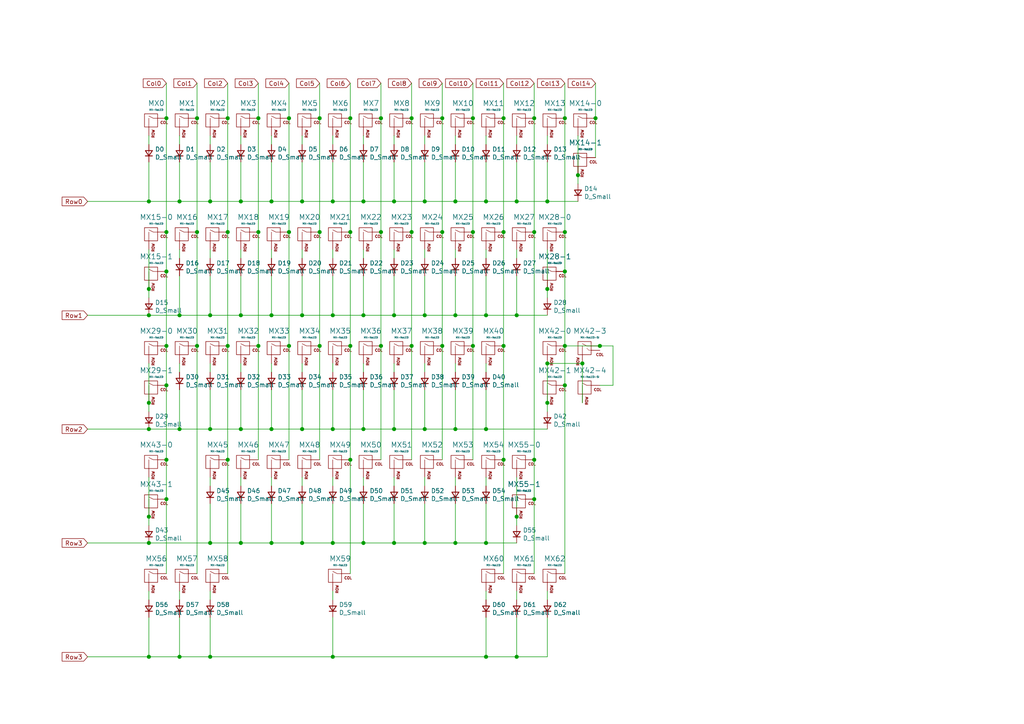
<source format=kicad_sch>
(kicad_sch (version 20210126) (generator eeschema)
  (paper "A4")
  (junction (at 43.18 58.42) (diameter 1.016))
  (junction (at 43.18 83.82) (diameter 1.016))
  (junction (at 43.18 91.44) (diameter 1.016))
  (junction (at 43.18 116.84) (diameter 1.016))
  (junction (at 43.18 124.46) (diameter 1.016))
  (junction (at 43.18 149.86) (diameter 1.016))
  (junction (at 43.18 157.48) (diameter 1.016))
  (junction (at 43.18 190.5) (diameter 1.016))
  (junction (at 48.26 34.29) (diameter 1.016))
  (junction (at 48.26 67.31) (diameter 1.016))
  (junction (at 48.26 78.74) (diameter 1.016))
  (junction (at 48.26 100.33) (diameter 1.016))
  (junction (at 48.26 111.76) (diameter 1.016))
  (junction (at 48.26 133.35) (diameter 1.016))
  (junction (at 48.26 144.78) (diameter 1.016))
  (junction (at 52.07 58.42) (diameter 1.016))
  (junction (at 52.07 91.44) (diameter 1.016))
  (junction (at 52.07 124.46) (diameter 1.016))
  (junction (at 52.07 190.5) (diameter 1.016))
  (junction (at 57.15 34.29) (diameter 1.016))
  (junction (at 57.15 67.31) (diameter 1.016))
  (junction (at 57.15 100.33) (diameter 1.016))
  (junction (at 60.96 58.42) (diameter 1.016))
  (junction (at 60.96 91.44) (diameter 1.016))
  (junction (at 60.96 124.46) (diameter 1.016))
  (junction (at 60.96 157.48) (diameter 1.016))
  (junction (at 60.96 190.5) (diameter 1.016))
  (junction (at 66.04 34.29) (diameter 1.016))
  (junction (at 66.04 67.31) (diameter 1.016))
  (junction (at 66.04 100.33) (diameter 1.016))
  (junction (at 66.04 133.35) (diameter 1.016))
  (junction (at 69.85 58.42) (diameter 1.016))
  (junction (at 69.85 91.44) (diameter 1.016))
  (junction (at 69.85 124.46) (diameter 1.016))
  (junction (at 69.85 157.48) (diameter 1.016))
  (junction (at 74.93 34.29) (diameter 1.016))
  (junction (at 74.93 67.31) (diameter 1.016))
  (junction (at 74.93 100.33) (diameter 1.016))
  (junction (at 78.74 58.42) (diameter 1.016))
  (junction (at 78.74 91.44) (diameter 1.016))
  (junction (at 78.74 124.46) (diameter 1.016))
  (junction (at 78.74 157.48) (diameter 1.016))
  (junction (at 83.82 34.29) (diameter 1.016))
  (junction (at 83.82 67.31) (diameter 1.016))
  (junction (at 83.82 100.33) (diameter 1.016))
  (junction (at 87.63 58.42) (diameter 1.016))
  (junction (at 87.63 91.44) (diameter 1.016))
  (junction (at 87.63 124.46) (diameter 1.016))
  (junction (at 87.63 157.48) (diameter 1.016))
  (junction (at 92.71 34.29) (diameter 1.016))
  (junction (at 92.71 67.31) (diameter 1.016))
  (junction (at 92.71 100.33) (diameter 1.016))
  (junction (at 96.52 58.42) (diameter 1.016))
  (junction (at 96.52 91.44) (diameter 1.016))
  (junction (at 96.52 124.46) (diameter 1.016))
  (junction (at 96.52 157.48) (diameter 1.016))
  (junction (at 96.52 190.5) (diameter 1.016))
  (junction (at 101.6 34.29) (diameter 1.016))
  (junction (at 101.6 67.31) (diameter 1.016))
  (junction (at 101.6 100.33) (diameter 1.016))
  (junction (at 101.6 133.35) (diameter 1.016))
  (junction (at 105.41 58.42) (diameter 1.016))
  (junction (at 105.41 91.44) (diameter 1.016))
  (junction (at 105.41 124.46) (diameter 1.016))
  (junction (at 105.41 157.48) (diameter 1.016))
  (junction (at 110.49 34.29) (diameter 1.016))
  (junction (at 110.49 67.31) (diameter 1.016))
  (junction (at 110.49 100.33) (diameter 1.016))
  (junction (at 114.3 58.42) (diameter 1.016))
  (junction (at 114.3 91.44) (diameter 1.016))
  (junction (at 114.3 124.46) (diameter 1.016))
  (junction (at 114.3 157.48) (diameter 1.016))
  (junction (at 119.38 34.29) (diameter 1.016))
  (junction (at 119.38 67.31) (diameter 1.016))
  (junction (at 119.38 100.33) (diameter 1.016))
  (junction (at 123.19 58.42) (diameter 1.016))
  (junction (at 123.19 91.44) (diameter 1.016))
  (junction (at 123.19 124.46) (diameter 1.016))
  (junction (at 123.19 157.48) (diameter 1.016))
  (junction (at 128.27 34.29) (diameter 1.016))
  (junction (at 128.27 67.31) (diameter 1.016))
  (junction (at 128.27 100.33) (diameter 1.016))
  (junction (at 132.08 58.42) (diameter 1.016))
  (junction (at 132.08 91.44) (diameter 1.016))
  (junction (at 132.08 124.46) (diameter 1.016))
  (junction (at 132.08 157.48) (diameter 1.016))
  (junction (at 137.16 34.29) (diameter 1.016))
  (junction (at 137.16 67.31) (diameter 1.016))
  (junction (at 137.16 100.33) (diameter 1.016))
  (junction (at 140.97 58.42) (diameter 1.016))
  (junction (at 140.97 91.44) (diameter 1.016))
  (junction (at 140.97 124.46) (diameter 1.016))
  (junction (at 140.97 157.48) (diameter 1.016))
  (junction (at 140.97 190.5) (diameter 1.016))
  (junction (at 146.05 34.29) (diameter 1.016))
  (junction (at 146.05 67.31) (diameter 1.016))
  (junction (at 146.05 100.33) (diameter 1.016))
  (junction (at 146.05 133.35) (diameter 1.016))
  (junction (at 149.86 58.42) (diameter 1.016))
  (junction (at 149.86 91.44) (diameter 1.016))
  (junction (at 149.86 149.86) (diameter 1.016))
  (junction (at 149.86 190.5) (diameter 1.016))
  (junction (at 154.94 34.29) (diameter 1.016))
  (junction (at 154.94 67.31) (diameter 1.016))
  (junction (at 154.94 133.35) (diameter 1.016))
  (junction (at 154.94 144.78) (diameter 1.016))
  (junction (at 158.75 58.42) (diameter 1.016))
  (junction (at 158.75 83.82) (diameter 1.016))
  (junction (at 158.75 105.41) (diameter 1.016))
  (junction (at 158.75 116.84) (diameter 1.016))
  (junction (at 163.83 34.29) (diameter 1.016))
  (junction (at 163.83 67.31) (diameter 1.016))
  (junction (at 163.83 78.74) (diameter 1.016))
  (junction (at 163.83 100.33) (diameter 1.016))
  (junction (at 163.83 111.76) (diameter 1.016))
  (junction (at 167.64 50.8) (diameter 1.016))
  (junction (at 168.91 105.41) (diameter 1.016))
  (junction (at 172.72 34.29) (diameter 1.016))
  (junction (at 173.99 100.33) (diameter 1.016))
  (wire (pts (xy 25.4 58.42) (xy 43.18 58.42)))
  (wire (pts (xy 25.4 91.44) (xy 43.18 91.44)))
  (wire (pts (xy 25.4 124.46) (xy 43.18 124.46)))
  (wire (pts (xy 25.4 157.48) (xy 43.18 157.48)))
  (wire (pts (xy 25.4 190.5) (xy 43.18 190.5)))
  (wire (pts (xy 43.18 39.37) (xy 43.18 41.91)))
  (wire (pts (xy 43.18 46.99) (xy 43.18 58.42)))
  (wire (pts (xy 43.18 58.42) (xy 52.07 58.42)))
  (wire (pts (xy 43.18 72.39) (xy 43.18 83.82)))
  (wire (pts (xy 43.18 83.82) (xy 43.18 86.36)))
  (wire (pts (xy 43.18 91.44) (xy 52.07 91.44)))
  (wire (pts (xy 43.18 105.41) (xy 43.18 116.84)))
  (wire (pts (xy 43.18 116.84) (xy 43.18 119.38)))
  (wire (pts (xy 43.18 124.46) (xy 52.07 124.46)))
  (wire (pts (xy 43.18 138.43) (xy 43.18 149.86)))
  (wire (pts (xy 43.18 149.86) (xy 43.18 152.4)))
  (wire (pts (xy 43.18 157.48) (xy 60.96 157.48)))
  (wire (pts (xy 43.18 171.45) (xy 43.18 173.99)))
  (wire (pts (xy 43.18 179.07) (xy 43.18 190.5)))
  (wire (pts (xy 43.18 190.5) (xy 52.07 190.5)))
  (wire (pts (xy 48.26 24.13) (xy 48.26 34.29)))
  (wire (pts (xy 48.26 34.29) (xy 48.26 67.31)))
  (wire (pts (xy 48.26 67.31) (xy 48.26 78.74)))
  (wire (pts (xy 48.26 78.74) (xy 48.26 100.33)))
  (wire (pts (xy 48.26 100.33) (xy 48.26 111.76)))
  (wire (pts (xy 48.26 111.76) (xy 48.26 133.35)))
  (wire (pts (xy 48.26 133.35) (xy 48.26 144.78)))
  (wire (pts (xy 48.26 144.78) (xy 48.26 166.37)))
  (wire (pts (xy 52.07 39.37) (xy 52.07 41.91)))
  (wire (pts (xy 52.07 46.99) (xy 52.07 58.42)))
  (wire (pts (xy 52.07 58.42) (xy 60.96 58.42)))
  (wire (pts (xy 52.07 72.39) (xy 52.07 74.93)))
  (wire (pts (xy 52.07 80.01) (xy 52.07 91.44)))
  (wire (pts (xy 52.07 91.44) (xy 60.96 91.44)))
  (wire (pts (xy 52.07 105.41) (xy 52.07 107.95)))
  (wire (pts (xy 52.07 113.03) (xy 52.07 124.46)))
  (wire (pts (xy 52.07 124.46) (xy 60.96 124.46)))
  (wire (pts (xy 52.07 171.45) (xy 52.07 173.99)))
  (wire (pts (xy 52.07 179.07) (xy 52.07 190.5)))
  (wire (pts (xy 52.07 190.5) (xy 60.96 190.5)))
  (wire (pts (xy 57.15 24.13) (xy 57.15 34.29)))
  (wire (pts (xy 57.15 34.29) (xy 57.15 67.31)))
  (wire (pts (xy 57.15 67.31) (xy 57.15 100.33)))
  (wire (pts (xy 57.15 100.33) (xy 57.15 166.37)))
  (wire (pts (xy 60.96 39.37) (xy 60.96 41.91)))
  (wire (pts (xy 60.96 46.99) (xy 60.96 58.42)))
  (wire (pts (xy 60.96 58.42) (xy 69.85 58.42)))
  (wire (pts (xy 60.96 72.39) (xy 60.96 74.93)))
  (wire (pts (xy 60.96 80.01) (xy 60.96 91.44)))
  (wire (pts (xy 60.96 91.44) (xy 69.85 91.44)))
  (wire (pts (xy 60.96 105.41) (xy 60.96 107.95)))
  (wire (pts (xy 60.96 113.03) (xy 60.96 124.46)))
  (wire (pts (xy 60.96 124.46) (xy 69.85 124.46)))
  (wire (pts (xy 60.96 138.43) (xy 60.96 140.97)))
  (wire (pts (xy 60.96 146.05) (xy 60.96 157.48)))
  (wire (pts (xy 60.96 157.48) (xy 69.85 157.48)))
  (wire (pts (xy 60.96 171.45) (xy 60.96 173.99)))
  (wire (pts (xy 60.96 179.07) (xy 60.96 190.5)))
  (wire (pts (xy 60.96 190.5) (xy 96.52 190.5)))
  (wire (pts (xy 66.04 24.13) (xy 66.04 34.29)))
  (wire (pts (xy 66.04 34.29) (xy 66.04 67.31)))
  (wire (pts (xy 66.04 67.31) (xy 66.04 100.33)))
  (wire (pts (xy 66.04 100.33) (xy 66.04 133.35)))
  (wire (pts (xy 66.04 133.35) (xy 66.04 166.37)))
  (wire (pts (xy 69.85 39.37) (xy 69.85 41.91)))
  (wire (pts (xy 69.85 46.99) (xy 69.85 58.42)))
  (wire (pts (xy 69.85 58.42) (xy 78.74 58.42)))
  (wire (pts (xy 69.85 72.39) (xy 69.85 74.93)))
  (wire (pts (xy 69.85 80.01) (xy 69.85 91.44)))
  (wire (pts (xy 69.85 91.44) (xy 78.74 91.44)))
  (wire (pts (xy 69.85 105.41) (xy 69.85 107.95)))
  (wire (pts (xy 69.85 113.03) (xy 69.85 124.46)))
  (wire (pts (xy 69.85 124.46) (xy 78.74 124.46)))
  (wire (pts (xy 69.85 138.43) (xy 69.85 140.97)))
  (wire (pts (xy 69.85 146.05) (xy 69.85 157.48)))
  (wire (pts (xy 69.85 157.48) (xy 78.74 157.48)))
  (wire (pts (xy 74.93 24.13) (xy 74.93 34.29)))
  (wire (pts (xy 74.93 34.29) (xy 74.93 67.31)))
  (wire (pts (xy 74.93 67.31) (xy 74.93 100.33)))
  (wire (pts (xy 74.93 100.33) (xy 74.93 133.35)))
  (wire (pts (xy 78.74 39.37) (xy 78.74 41.91)))
  (wire (pts (xy 78.74 46.99) (xy 78.74 58.42)))
  (wire (pts (xy 78.74 58.42) (xy 87.63 58.42)))
  (wire (pts (xy 78.74 72.39) (xy 78.74 74.93)))
  (wire (pts (xy 78.74 80.01) (xy 78.74 91.44)))
  (wire (pts (xy 78.74 91.44) (xy 87.63 91.44)))
  (wire (pts (xy 78.74 105.41) (xy 78.74 107.95)))
  (wire (pts (xy 78.74 113.03) (xy 78.74 124.46)))
  (wire (pts (xy 78.74 124.46) (xy 87.63 124.46)))
  (wire (pts (xy 78.74 138.43) (xy 78.74 140.97)))
  (wire (pts (xy 78.74 146.05) (xy 78.74 157.48)))
  (wire (pts (xy 78.74 157.48) (xy 87.63 157.48)))
  (wire (pts (xy 83.82 24.13) (xy 83.82 34.29)))
  (wire (pts (xy 83.82 34.29) (xy 83.82 67.31)))
  (wire (pts (xy 83.82 67.31) (xy 83.82 100.33)))
  (wire (pts (xy 83.82 100.33) (xy 83.82 133.35)))
  (wire (pts (xy 87.63 39.37) (xy 87.63 41.91)))
  (wire (pts (xy 87.63 46.99) (xy 87.63 58.42)))
  (wire (pts (xy 87.63 58.42) (xy 96.52 58.42)))
  (wire (pts (xy 87.63 72.39) (xy 87.63 74.93)))
  (wire (pts (xy 87.63 80.01) (xy 87.63 91.44)))
  (wire (pts (xy 87.63 91.44) (xy 96.52 91.44)))
  (wire (pts (xy 87.63 105.41) (xy 87.63 107.95)))
  (wire (pts (xy 87.63 113.03) (xy 87.63 124.46)))
  (wire (pts (xy 87.63 124.46) (xy 96.52 124.46)))
  (wire (pts (xy 87.63 138.43) (xy 87.63 140.97)))
  (wire (pts (xy 87.63 146.05) (xy 87.63 157.48)))
  (wire (pts (xy 87.63 157.48) (xy 96.52 157.48)))
  (wire (pts (xy 92.71 24.13) (xy 92.71 34.29)))
  (wire (pts (xy 92.71 34.29) (xy 92.71 67.31)))
  (wire (pts (xy 92.71 67.31) (xy 92.71 100.33)))
  (wire (pts (xy 92.71 100.33) (xy 92.71 133.35)))
  (wire (pts (xy 96.52 39.37) (xy 96.52 41.91)))
  (wire (pts (xy 96.52 46.99) (xy 96.52 58.42)))
  (wire (pts (xy 96.52 58.42) (xy 105.41 58.42)))
  (wire (pts (xy 96.52 72.39) (xy 96.52 74.93)))
  (wire (pts (xy 96.52 80.01) (xy 96.52 91.44)))
  (wire (pts (xy 96.52 91.44) (xy 105.41 91.44)))
  (wire (pts (xy 96.52 105.41) (xy 96.52 107.95)))
  (wire (pts (xy 96.52 113.03) (xy 96.52 124.46)))
  (wire (pts (xy 96.52 124.46) (xy 105.41 124.46)))
  (wire (pts (xy 96.52 138.43) (xy 96.52 140.97)))
  (wire (pts (xy 96.52 146.05) (xy 96.52 157.48)))
  (wire (pts (xy 96.52 157.48) (xy 105.41 157.48)))
  (wire (pts (xy 96.52 171.45) (xy 96.52 173.99)))
  (wire (pts (xy 96.52 179.07) (xy 96.52 190.5)))
  (wire (pts (xy 96.52 190.5) (xy 140.97 190.5)))
  (wire (pts (xy 101.6 24.13) (xy 101.6 34.29)))
  (wire (pts (xy 101.6 34.29) (xy 101.6 67.31)))
  (wire (pts (xy 101.6 67.31) (xy 101.6 100.33)))
  (wire (pts (xy 101.6 100.33) (xy 101.6 133.35)))
  (wire (pts (xy 101.6 133.35) (xy 101.6 166.37)))
  (wire (pts (xy 105.41 39.37) (xy 105.41 41.91)))
  (wire (pts (xy 105.41 46.99) (xy 105.41 58.42)))
  (wire (pts (xy 105.41 58.42) (xy 114.3 58.42)))
  (wire (pts (xy 105.41 72.39) (xy 105.41 74.93)))
  (wire (pts (xy 105.41 80.01) (xy 105.41 91.44)))
  (wire (pts (xy 105.41 91.44) (xy 114.3 91.44)))
  (wire (pts (xy 105.41 105.41) (xy 105.41 107.95)))
  (wire (pts (xy 105.41 113.03) (xy 105.41 124.46)))
  (wire (pts (xy 105.41 124.46) (xy 114.3 124.46)))
  (wire (pts (xy 105.41 138.43) (xy 105.41 140.97)))
  (wire (pts (xy 105.41 146.05) (xy 105.41 157.48)))
  (wire (pts (xy 105.41 157.48) (xy 114.3 157.48)))
  (wire (pts (xy 110.49 24.13) (xy 110.49 34.29)))
  (wire (pts (xy 110.49 34.29) (xy 110.49 67.31)))
  (wire (pts (xy 110.49 67.31) (xy 110.49 100.33)))
  (wire (pts (xy 110.49 100.33) (xy 110.49 133.35)))
  (wire (pts (xy 114.3 39.37) (xy 114.3 41.91)))
  (wire (pts (xy 114.3 46.99) (xy 114.3 58.42)))
  (wire (pts (xy 114.3 58.42) (xy 123.19 58.42)))
  (wire (pts (xy 114.3 72.39) (xy 114.3 74.93)))
  (wire (pts (xy 114.3 80.01) (xy 114.3 91.44)))
  (wire (pts (xy 114.3 91.44) (xy 123.19 91.44)))
  (wire (pts (xy 114.3 105.41) (xy 114.3 107.95)))
  (wire (pts (xy 114.3 113.03) (xy 114.3 124.46)))
  (wire (pts (xy 114.3 124.46) (xy 123.19 124.46)))
  (wire (pts (xy 114.3 138.43) (xy 114.3 140.97)))
  (wire (pts (xy 114.3 146.05) (xy 114.3 157.48)))
  (wire (pts (xy 114.3 157.48) (xy 123.19 157.48)))
  (wire (pts (xy 119.38 24.13) (xy 119.38 34.29)))
  (wire (pts (xy 119.38 34.29) (xy 119.38 67.31)))
  (wire (pts (xy 119.38 67.31) (xy 119.38 100.33)))
  (wire (pts (xy 119.38 100.33) (xy 119.38 133.35)))
  (wire (pts (xy 123.19 39.37) (xy 123.19 41.91)))
  (wire (pts (xy 123.19 46.99) (xy 123.19 58.42)))
  (wire (pts (xy 123.19 58.42) (xy 132.08 58.42)))
  (wire (pts (xy 123.19 72.39) (xy 123.19 74.93)))
  (wire (pts (xy 123.19 80.01) (xy 123.19 91.44)))
  (wire (pts (xy 123.19 91.44) (xy 132.08 91.44)))
  (wire (pts (xy 123.19 105.41) (xy 123.19 107.95)))
  (wire (pts (xy 123.19 113.03) (xy 123.19 124.46)))
  (wire (pts (xy 123.19 124.46) (xy 132.08 124.46)))
  (wire (pts (xy 123.19 138.43) (xy 123.19 140.97)))
  (wire (pts (xy 123.19 146.05) (xy 123.19 157.48)))
  (wire (pts (xy 123.19 157.48) (xy 132.08 157.48)))
  (wire (pts (xy 128.27 24.13) (xy 128.27 34.29)))
  (wire (pts (xy 128.27 34.29) (xy 128.27 67.31)))
  (wire (pts (xy 128.27 67.31) (xy 128.27 100.33)))
  (wire (pts (xy 128.27 100.33) (xy 128.27 133.35)))
  (wire (pts (xy 132.08 39.37) (xy 132.08 41.91)))
  (wire (pts (xy 132.08 46.99) (xy 132.08 58.42)))
  (wire (pts (xy 132.08 58.42) (xy 140.97 58.42)))
  (wire (pts (xy 132.08 72.39) (xy 132.08 74.93)))
  (wire (pts (xy 132.08 80.01) (xy 132.08 91.44)))
  (wire (pts (xy 132.08 91.44) (xy 140.97 91.44)))
  (wire (pts (xy 132.08 105.41) (xy 132.08 107.95)))
  (wire (pts (xy 132.08 113.03) (xy 132.08 124.46)))
  (wire (pts (xy 132.08 124.46) (xy 140.97 124.46)))
  (wire (pts (xy 132.08 138.43) (xy 132.08 140.97)))
  (wire (pts (xy 132.08 146.05) (xy 132.08 157.48)))
  (wire (pts (xy 132.08 157.48) (xy 140.97 157.48)))
  (wire (pts (xy 137.16 24.13) (xy 137.16 34.29)))
  (wire (pts (xy 137.16 34.29) (xy 137.16 67.31)))
  (wire (pts (xy 137.16 67.31) (xy 137.16 100.33)))
  (wire (pts (xy 137.16 100.33) (xy 137.16 133.35)))
  (wire (pts (xy 140.97 39.37) (xy 140.97 41.91)))
  (wire (pts (xy 140.97 46.99) (xy 140.97 58.42)))
  (wire (pts (xy 140.97 58.42) (xy 149.86 58.42)))
  (wire (pts (xy 140.97 72.39) (xy 140.97 74.93)))
  (wire (pts (xy 140.97 80.01) (xy 140.97 91.44)))
  (wire (pts (xy 140.97 91.44) (xy 149.86 91.44)))
  (wire (pts (xy 140.97 105.41) (xy 140.97 107.95)))
  (wire (pts (xy 140.97 113.03) (xy 140.97 124.46)))
  (wire (pts (xy 140.97 124.46) (xy 158.75 124.46)))
  (wire (pts (xy 140.97 138.43) (xy 140.97 140.97)))
  (wire (pts (xy 140.97 146.05) (xy 140.97 157.48)))
  (wire (pts (xy 140.97 157.48) (xy 149.86 157.48)))
  (wire (pts (xy 140.97 171.45) (xy 140.97 173.99)))
  (wire (pts (xy 140.97 179.07) (xy 140.97 190.5)))
  (wire (pts (xy 140.97 190.5) (xy 149.86 190.5)))
  (wire (pts (xy 146.05 24.13) (xy 146.05 34.29)))
  (wire (pts (xy 146.05 34.29) (xy 146.05 67.31)))
  (wire (pts (xy 146.05 67.31) (xy 146.05 100.33)))
  (wire (pts (xy 146.05 100.33) (xy 146.05 133.35)))
  (wire (pts (xy 146.05 133.35) (xy 146.05 166.37)))
  (wire (pts (xy 149.86 39.37) (xy 149.86 41.91)))
  (wire (pts (xy 149.86 46.99) (xy 149.86 58.42)))
  (wire (pts (xy 149.86 58.42) (xy 158.75 58.42)))
  (wire (pts (xy 149.86 72.39) (xy 149.86 74.93)))
  (wire (pts (xy 149.86 80.01) (xy 149.86 91.44)))
  (wire (pts (xy 149.86 91.44) (xy 158.75 91.44)))
  (wire (pts (xy 149.86 138.43) (xy 149.86 149.86)))
  (wire (pts (xy 149.86 149.86) (xy 149.86 152.4)))
  (wire (pts (xy 149.86 171.45) (xy 149.86 173.99)))
  (wire (pts (xy 149.86 179.07) (xy 149.86 190.5)))
  (wire (pts (xy 154.94 24.13) (xy 154.94 34.29)))
  (wire (pts (xy 154.94 34.29) (xy 154.94 67.31)))
  (wire (pts (xy 154.94 67.31) (xy 154.94 133.35)))
  (wire (pts (xy 154.94 133.35) (xy 154.94 144.78)))
  (wire (pts (xy 154.94 144.78) (xy 154.94 166.37)))
  (wire (pts (xy 158.75 39.37) (xy 158.75 41.91)))
  (wire (pts (xy 158.75 46.99) (xy 158.75 58.42)))
  (wire (pts (xy 158.75 58.42) (xy 167.64 58.42)))
  (wire (pts (xy 158.75 72.39) (xy 158.75 83.82)))
  (wire (pts (xy 158.75 83.82) (xy 158.75 86.36)))
  (wire (pts (xy 158.75 105.41) (xy 158.75 116.84)))
  (wire (pts (xy 158.75 105.41) (xy 168.91 105.41)))
  (wire (pts (xy 158.75 116.84) (xy 158.75 119.38)))
  (wire (pts (xy 158.75 171.45) (xy 158.75 173.99)))
  (wire (pts (xy 158.75 179.07) (xy 158.75 190.5)))
  (wire (pts (xy 158.75 190.5) (xy 149.86 190.5)))
  (wire (pts (xy 163.83 24.13) (xy 163.83 34.29)))
  (wire (pts (xy 163.83 34.29) (xy 163.83 67.31)))
  (wire (pts (xy 163.83 67.31) (xy 163.83 78.74)))
  (wire (pts (xy 163.83 78.74) (xy 163.83 100.33)))
  (wire (pts (xy 163.83 100.33) (xy 163.83 111.76)))
  (wire (pts (xy 163.83 100.33) (xy 173.99 100.33)))
  (wire (pts (xy 163.83 111.76) (xy 163.83 166.37)))
  (wire (pts (xy 167.64 39.37) (xy 167.64 50.8)))
  (wire (pts (xy 167.64 50.8) (xy 167.64 53.34)))
  (wire (pts (xy 168.91 105.41) (xy 168.91 116.84)))
  (wire (pts (xy 172.72 24.13) (xy 172.72 34.29)))
  (wire (pts (xy 172.72 34.29) (xy 172.72 45.72)))
  (wire (pts (xy 173.99 111.76) (xy 177.8 111.76)))
  (wire (pts (xy 177.8 100.33) (xy 173.99 100.33)))
  (wire (pts (xy 177.8 111.76) (xy 177.8 100.33)))
  (global_label "Row0" (shape input) (at 25.4 58.42 180) (property "Intersheet References" "${INTERSHEET_REFS}" (effects hide)))
  (global_label "Row1" (shape input) (at 25.4 91.44 180) (property "Intersheet References" "${INTERSHEET_REFS}" (effects hide)))
  (global_label "Row2" (shape input) (at 25.4 124.46 180) (property "Intersheet References" "${INTERSHEET_REFS}" (effects hide)))
  (global_label "Row3" (shape input) (at 25.4 157.48 180) (property "Intersheet References" "${INTERSHEET_REFS}" (effects hide)))
  (global_label "Row3" (shape input) (at 25.4 190.5 180) (property "Intersheet References" "${INTERSHEET_REFS}" (effects hide)))
  (global_label "Col0" (shape input) (at 48.26 24.13 180) (property "Intersheet References" "${INTERSHEET_REFS}" (effects hide)))
  (global_label "Col1" (shape input) (at 57.15 24.13 180) (property "Intersheet References" "${INTERSHEET_REFS}" (effects hide)))
  (global_label "Col2" (shape input) (at 66.04 24.13 180) (property "Intersheet References" "${INTERSHEET_REFS}" (effects hide)))
  (global_label "Col3" (shape input) (at 74.93 24.13 180) (property "Intersheet References" "${INTERSHEET_REFS}" (effects hide)))
  (global_label "Col4" (shape input) (at 83.82 24.13 180) (property "Intersheet References" "${INTERSHEET_REFS}" (effects hide)))
  (global_label "Col5" (shape input) (at 92.71 24.13 180) (property "Intersheet References" "${INTERSHEET_REFS}" (effects hide)))
  (global_label "Col6" (shape input) (at 101.6 24.13 180) (property "Intersheet References" "${INTERSHEET_REFS}" (effects hide)))
  (global_label "Col7" (shape input) (at 110.49 24.13 180) (property "Intersheet References" "${INTERSHEET_REFS}" (effects hide)))
  (global_label "Col8" (shape input) (at 119.38 24.13 180) (property "Intersheet References" "${INTERSHEET_REFS}" (effects hide)))
  (global_label "Col9" (shape input) (at 128.27 24.13 180) (property "Intersheet References" "${INTERSHEET_REFS}" (effects hide)))
  (global_label "Col10" (shape input) (at 137.16 24.13 180) (property "Intersheet References" "${INTERSHEET_REFS}" (effects hide)))
  (global_label "Col11" (shape input) (at 146.05 24.13 180) (property "Intersheet References" "${INTERSHEET_REFS}" (effects hide)))
  (global_label "Col12" (shape input) (at 154.94 24.13 180) (property "Intersheet References" "${INTERSHEET_REFS}" (effects hide)))
  (global_label "Col13" (shape input) (at 163.83 24.13 180) (property "Intersheet References" "${INTERSHEET_REFS}" (effects hide)))
  (global_label "Col14" (shape input) (at 172.72 24.13 180) (property "Intersheet References" "${INTERSHEET_REFS}" (effects hide)))
  (symbol (lib_id "Device:D_Small") (at 43.18 44.45 90) (unit 1)
    (property "Reference" "D0" (at 44.9581 43.3006 90) (effects (justify right)))
    (property "Value" "D_Small" (at 44.9581 45.5993 90) (effects (justify right)))
  )
  (symbol (lib_id "Device:D_Small") (at 43.18 88.9 90) (unit 1)
    (property "Reference" "D15" (at 44.9581 87.7506 90) (effects (justify right)))
    (property "Value" "D_Small" (at 44.9581 90.0493 90) (effects (justify right)))
  )
  (symbol (lib_id "Device:D_Small") (at 43.18 121.92 90) (unit 1)
    (property "Reference" "D29" (at 44.9581 120.7706 90) (effects (justify right)))
    (property "Value" "D_Small" (at 44.9581 123.0693 90) (effects (justify right)))
  )
  (symbol (lib_id "Device:D_Small") (at 43.18 154.94 90) (unit 1)
    (property "Reference" "D43" (at 44.9581 153.7906 90) (effects (justify right)))
    (property "Value" "D_Small" (at 44.9581 156.0893 90) (effects (justify right)))
  )
  (symbol (lib_id "Device:D_Small") (at 43.18 176.53 90) (unit 1)
    (property "Reference" "D56" (at 44.9581 175.3806 90) (effects (justify right)))
    (property "Value" "D_Small" (at 44.9581 177.6793 90) (effects (justify right)))
  )
  (symbol (lib_id "Device:D_Small") (at 52.07 44.45 90) (unit 1)
    (property "Reference" "D1" (at 53.8481 43.3006 90) (effects (justify right)))
    (property "Value" "D_Small" (at 53.8481 45.5993 90) (effects (justify right)))
  )
  (symbol (lib_id "Device:D_Small") (at 52.07 77.47 90) (unit 1)
    (property "Reference" "D16" (at 53.8481 76.3206 90) (effects (justify right)))
    (property "Value" "D_Small" (at 53.8481 78.6193 90) (effects (justify right)))
  )
  (symbol (lib_id "Device:D_Small") (at 52.07 110.49 90) (unit 1)
    (property "Reference" "D30" (at 53.8481 109.3406 90) (effects (justify right)))
    (property "Value" "D_Small" (at 53.8481 111.6393 90) (effects (justify right)))
  )
  (symbol (lib_id "Device:D_Small") (at 52.07 176.53 90) (unit 1)
    (property "Reference" "D57" (at 53.8481 175.3806 90) (effects (justify right)))
    (property "Value" "D_Small" (at 53.8481 177.6793 90) (effects (justify right)))
  )
  (symbol (lib_id "Device:D_Small") (at 60.96 44.45 90) (unit 1)
    (property "Reference" "D2" (at 62.7381 43.3006 90) (effects (justify right)))
    (property "Value" "D_Small" (at 62.7381 45.5993 90) (effects (justify right)))
  )
  (symbol (lib_id "Device:D_Small") (at 60.96 77.47 90) (unit 1)
    (property "Reference" "D17" (at 62.7381 76.3206 90) (effects (justify right)))
    (property "Value" "D_Small" (at 62.7381 78.6193 90) (effects (justify right)))
  )
  (symbol (lib_id "Device:D_Small") (at 60.96 110.49 90) (unit 1)
    (property "Reference" "D31" (at 62.7381 109.3406 90) (effects (justify right)))
    (property "Value" "D_Small" (at 62.7381 111.6393 90) (effects (justify right)))
  )
  (symbol (lib_id "Device:D_Small") (at 60.96 143.51 90) (unit 1)
    (property "Reference" "D45" (at 62.7381 142.3606 90) (effects (justify right)))
    (property "Value" "D_Small" (at 62.7381 144.6593 90) (effects (justify right)))
  )
  (symbol (lib_id "Device:D_Small") (at 60.96 176.53 90) (unit 1)
    (property "Reference" "D58" (at 62.7381 175.3806 90) (effects (justify right)))
    (property "Value" "D_Small" (at 62.7381 177.6793 90) (effects (justify right)))
  )
  (symbol (lib_id "Device:D_Small") (at 69.85 44.45 90) (unit 1)
    (property "Reference" "D3" (at 71.6281 43.3006 90) (effects (justify right)))
    (property "Value" "D_Small" (at 71.6281 45.5993 90) (effects (justify right)))
  )
  (symbol (lib_id "Device:D_Small") (at 69.85 77.47 90) (unit 1)
    (property "Reference" "D18" (at 71.6281 76.3206 90) (effects (justify right)))
    (property "Value" "D_Small" (at 71.6281 78.6193 90) (effects (justify right)))
  )
  (symbol (lib_id "Device:D_Small") (at 69.85 110.49 90) (unit 1)
    (property "Reference" "D32" (at 71.6281 109.3406 90) (effects (justify right)))
    (property "Value" "D_Small" (at 71.6281 111.6393 90) (effects (justify right)))
  )
  (symbol (lib_id "Device:D_Small") (at 69.85 143.51 90) (unit 1)
    (property "Reference" "D46" (at 71.6281 142.3606 90) (effects (justify right)))
    (property "Value" "D_Small" (at 71.6281 144.6593 90) (effects (justify right)))
  )
  (symbol (lib_id "Device:D_Small") (at 78.74 44.45 90) (unit 1)
    (property "Reference" "D4" (at 80.5181 43.3006 90) (effects (justify right)))
    (property "Value" "D_Small" (at 80.5181 45.5993 90) (effects (justify right)))
  )
  (symbol (lib_id "Device:D_Small") (at 78.74 77.47 90) (unit 1)
    (property "Reference" "D19" (at 80.5181 76.3206 90) (effects (justify right)))
    (property "Value" "D_Small" (at 80.5181 78.6193 90) (effects (justify right)))
  )
  (symbol (lib_id "Device:D_Small") (at 78.74 110.49 90) (unit 1)
    (property "Reference" "D33" (at 80.5181 109.3406 90) (effects (justify right)))
    (property "Value" "D_Small" (at 80.5181 111.6393 90) (effects (justify right)))
  )
  (symbol (lib_id "Device:D_Small") (at 78.74 143.51 90) (unit 1)
    (property "Reference" "D47" (at 80.5181 142.3606 90) (effects (justify right)))
    (property "Value" "D_Small" (at 80.5181 144.6593 90) (effects (justify right)))
  )
  (symbol (lib_id "Device:D_Small") (at 87.63 44.45 90) (unit 1)
    (property "Reference" "D5" (at 89.4081 43.3006 90) (effects (justify right)))
    (property "Value" "D_Small" (at 89.4081 45.5993 90) (effects (justify right)))
  )
  (symbol (lib_id "Device:D_Small") (at 87.63 77.47 90) (unit 1)
    (property "Reference" "D20" (at 89.4081 76.3206 90) (effects (justify right)))
    (property "Value" "D_Small" (at 89.4081 78.6193 90) (effects (justify right)))
  )
  (symbol (lib_id "Device:D_Small") (at 87.63 110.49 90) (unit 1)
    (property "Reference" "D34" (at 89.4081 109.3406 90) (effects (justify right)))
    (property "Value" "D_Small" (at 89.4081 111.6393 90) (effects (justify right)))
  )
  (symbol (lib_id "Device:D_Small") (at 87.63 143.51 90) (unit 1)
    (property "Reference" "D48" (at 89.4081 142.3606 90) (effects (justify right)))
    (property "Value" "D_Small" (at 89.4081 144.6593 90) (effects (justify right)))
  )
  (symbol (lib_id "Device:D_Small") (at 96.52 44.45 90) (unit 1)
    (property "Reference" "D6" (at 98.2981 43.3006 90) (effects (justify right)))
    (property "Value" "D_Small" (at 98.2981 45.5993 90) (effects (justify right)))
  )
  (symbol (lib_id "Device:D_Small") (at 96.52 77.47 90) (unit 1)
    (property "Reference" "D21" (at 98.2981 76.3206 90) (effects (justify right)))
    (property "Value" "D_Small" (at 98.2981 78.6193 90) (effects (justify right)))
  )
  (symbol (lib_id "Device:D_Small") (at 96.52 110.49 90) (unit 1)
    (property "Reference" "D35" (at 98.2981 109.3406 90) (effects (justify right)))
    (property "Value" "D_Small" (at 98.2981 111.6393 90) (effects (justify right)))
  )
  (symbol (lib_id "Device:D_Small") (at 96.52 143.51 90) (unit 1)
    (property "Reference" "D49" (at 98.2981 142.3606 90) (effects (justify right)))
    (property "Value" "D_Small" (at 98.2981 144.6593 90) (effects (justify right)))
  )
  (symbol (lib_id "Device:D_Small") (at 96.52 176.53 90) (unit 1)
    (property "Reference" "D59" (at 98.2981 175.3806 90) (effects (justify right)))
    (property "Value" "D_Small" (at 98.2981 177.6793 90) (effects (justify right)))
  )
  (symbol (lib_id "Device:D_Small") (at 105.41 44.45 90) (unit 1)
    (property "Reference" "D7" (at 107.1881 43.3006 90) (effects (justify right)))
    (property "Value" "D_Small" (at 107.1881 45.5993 90) (effects (justify right)))
  )
  (symbol (lib_id "Device:D_Small") (at 105.41 77.47 90) (unit 1)
    (property "Reference" "D22" (at 107.1881 76.3206 90) (effects (justify right)))
    (property "Value" "D_Small" (at 107.1881 78.6193 90) (effects (justify right)))
  )
  (symbol (lib_id "Device:D_Small") (at 105.41 110.49 90) (unit 1)
    (property "Reference" "D36" (at 107.1881 109.3406 90) (effects (justify right)))
    (property "Value" "D_Small" (at 107.1881 111.6393 90) (effects (justify right)))
  )
  (symbol (lib_id "Device:D_Small") (at 105.41 143.51 90) (unit 1)
    (property "Reference" "D50" (at 107.1881 142.3606 90) (effects (justify right)))
    (property "Value" "D_Small" (at 107.1881 144.6593 90) (effects (justify right)))
  )
  (symbol (lib_id "Device:D_Small") (at 114.3 44.45 90) (unit 1)
    (property "Reference" "D8" (at 116.0781 43.3006 90) (effects (justify right)))
    (property "Value" "D_Small" (at 116.0781 45.5993 90) (effects (justify right)))
  )
  (symbol (lib_id "Device:D_Small") (at 114.3 77.47 90) (unit 1)
    (property "Reference" "D23" (at 116.0781 76.3206 90) (effects (justify right)))
    (property "Value" "D_Small" (at 116.0781 78.6193 90) (effects (justify right)))
  )
  (symbol (lib_id "Device:D_Small") (at 114.3 110.49 90) (unit 1)
    (property "Reference" "D37" (at 116.0781 109.3406 90) (effects (justify right)))
    (property "Value" "D_Small" (at 116.0781 111.6393 90) (effects (justify right)))
  )
  (symbol (lib_id "Device:D_Small") (at 114.3 143.51 90) (unit 1)
    (property "Reference" "D51" (at 116.0781 142.3606 90) (effects (justify right)))
    (property "Value" "D_Small" (at 116.0781 144.6593 90) (effects (justify right)))
  )
  (symbol (lib_id "Device:D_Small") (at 123.19 44.45 90) (unit 1)
    (property "Reference" "D9" (at 124.9681 43.3006 90) (effects (justify right)))
    (property "Value" "D_Small" (at 124.9681 45.5993 90) (effects (justify right)))
  )
  (symbol (lib_id "Device:D_Small") (at 123.19 77.47 90) (unit 1)
    (property "Reference" "D24" (at 124.9681 76.3206 90) (effects (justify right)))
    (property "Value" "D_Small" (at 124.9681 78.6193 90) (effects (justify right)))
  )
  (symbol (lib_id "Device:D_Small") (at 123.19 110.49 90) (unit 1)
    (property "Reference" "D38" (at 124.9681 109.3406 90) (effects (justify right)))
    (property "Value" "D_Small" (at 124.9681 111.6393 90) (effects (justify right)))
  )
  (symbol (lib_id "Device:D_Small") (at 123.19 143.51 90) (unit 1)
    (property "Reference" "D52" (at 124.9681 142.3606 90) (effects (justify right)))
    (property "Value" "D_Small" (at 124.9681 144.6593 90) (effects (justify right)))
  )
  (symbol (lib_id "Device:D_Small") (at 132.08 44.45 90) (unit 1)
    (property "Reference" "D10" (at 133.8581 43.3006 90) (effects (justify right)))
    (property "Value" "D_Small" (at 133.8581 45.5993 90) (effects (justify right)))
  )
  (symbol (lib_id "Device:D_Small") (at 132.08 77.47 90) (unit 1)
    (property "Reference" "D25" (at 133.8581 76.3206 90) (effects (justify right)))
    (property "Value" "D_Small" (at 133.8581 78.6193 90) (effects (justify right)))
  )
  (symbol (lib_id "Device:D_Small") (at 132.08 110.49 90) (unit 1)
    (property "Reference" "D39" (at 133.8581 109.3406 90) (effects (justify right)))
    (property "Value" "D_Small" (at 133.8581 111.6393 90) (effects (justify right)))
  )
  (symbol (lib_id "Device:D_Small") (at 132.08 143.51 90) (unit 1)
    (property "Reference" "D53" (at 133.8581 142.3606 90) (effects (justify right)))
    (property "Value" "D_Small" (at 133.8581 144.6593 90) (effects (justify right)))
  )
  (symbol (lib_id "Device:D_Small") (at 140.97 44.45 90) (unit 1)
    (property "Reference" "D11" (at 142.7481 43.3006 90) (effects (justify right)))
    (property "Value" "D_Small" (at 142.7481 45.5993 90) (effects (justify right)))
  )
  (symbol (lib_id "Device:D_Small") (at 140.97 77.47 90) (unit 1)
    (property "Reference" "D26" (at 142.7481 76.3206 90) (effects (justify right)))
    (property "Value" "D_Small" (at 142.7481 78.6193 90) (effects (justify right)))
  )
  (symbol (lib_id "Device:D_Small") (at 140.97 110.49 90) (unit 1)
    (property "Reference" "D40" (at 142.7481 109.3406 90) (effects (justify right)))
    (property "Value" "D_Small" (at 142.7481 111.6393 90) (effects (justify right)))
  )
  (symbol (lib_id "Device:D_Small") (at 140.97 143.51 90) (unit 1)
    (property "Reference" "D54" (at 142.7481 142.3606 90) (effects (justify right)))
    (property "Value" "D_Small" (at 142.7481 144.6593 90) (effects (justify right)))
  )
  (symbol (lib_id "Device:D_Small") (at 140.97 176.53 90) (unit 1)
    (property "Reference" "D60" (at 142.7481 175.3806 90) (effects (justify right)))
    (property "Value" "D_Small" (at 142.7481 177.6793 90) (effects (justify right)))
  )
  (symbol (lib_id "Device:D_Small") (at 149.86 44.45 90) (unit 1)
    (property "Reference" "D12" (at 151.6381 43.3006 90) (effects (justify right)))
    (property "Value" "D_Small" (at 151.6381 45.5993 90) (effects (justify right)))
  )
  (symbol (lib_id "Device:D_Small") (at 149.86 77.47 90) (unit 1)
    (property "Reference" "D27" (at 151.6381 76.3206 90) (effects (justify right)))
    (property "Value" "D_Small" (at 151.6381 78.6193 90) (effects (justify right)))
  )
  (symbol (lib_id "Device:D_Small") (at 149.86 154.94 90) (unit 1)
    (property "Reference" "D55" (at 151.6381 153.7906 90) (effects (justify right)))
    (property "Value" "D_Small" (at 151.6381 156.0893 90) (effects (justify right)))
  )
  (symbol (lib_id "Device:D_Small") (at 149.86 176.53 90) (unit 1)
    (property "Reference" "D61" (at 151.6381 175.3806 90) (effects (justify right)))
    (property "Value" "D_Small" (at 151.6381 177.6793 90) (effects (justify right)))
  )
  (symbol (lib_id "Device:D_Small") (at 158.75 44.45 90) (unit 1)
    (property "Reference" "D13" (at 160.5281 43.3006 90) (effects (justify right)))
    (property "Value" "D_Small" (at 160.5281 45.5993 90) (effects (justify right)))
  )
  (symbol (lib_id "Device:D_Small") (at 158.75 88.9 90) (unit 1)
    (property "Reference" "D28" (at 160.5281 87.7506 90) (effects (justify right)))
    (property "Value" "D_Small" (at 160.5281 90.0493 90) (effects (justify right)))
  )
  (symbol (lib_id "Device:D_Small") (at 158.75 121.92 90) (unit 1)
    (property "Reference" "D42" (at 160.5281 120.7706 90) (effects (justify right)))
    (property "Value" "D_Small" (at 160.5281 123.0693 90) (effects (justify right)))
  )
  (symbol (lib_id "Device:D_Small") (at 158.75 176.53 90) (unit 1)
    (property "Reference" "D62" (at 160.5281 175.3806 90) (effects (justify right)))
    (property "Value" "D_Small" (at 160.5281 177.6793 90) (effects (justify right)))
  )
  (symbol (lib_id "Device:D_Small") (at 167.64 55.88 90) (unit 1)
    (property "Reference" "D14" (at 169.4181 54.7306 90) (effects (justify right)))
    (property "Value" "D_Small" (at 169.4181 57.0293 90) (effects (justify right)))
  )
  (symbol (lib_name "MX_Alps_Hybrid:MX-NoLED_69") (lib_id "MX_Alps_Hybrid:MX-NoLED") (at 44.45 35.56 0) (unit 1)
    (property "Reference" "MX0" (at 45.335 29.959 0) (effects (font (size 1.524 1.524))))
    (property "Value" "MX-NoLED" (at 45.3355 31.8489 0) (effects (font (size 0.508 0.508))))
    (property "Footprint" "hitek725:Hitek725-1U" (effects hide))
  )
  (symbol (lib_name "MX_Alps_Hybrid:MX-NoLED_65") (lib_id "MX_Alps_Hybrid:MX-NoLED") (at 44.45 68.58 0) (unit 1)
    (property "Reference" "MX15-0" (at 45.335 62.979 0) (effects (font (size 1.524 1.524))))
    (property "Value" "MX-NoLED" (at 45.3355 64.8689 0) (effects (font (size 0.508 0.508))))
    (property "Footprint" "hitek725:Hitek725-1.5U" (effects hide))
  )
  (symbol (lib_name "MX_Alps_Hybrid:MX-NoLED_66") (lib_id "MX_Alps_Hybrid:MX-NoLED") (at 44.45 80.01 0) (unit 1)
    (property "Reference" "MX15-1" (at 45.335 74.409 0) (effects (font (size 1.524 1.524))))
    (property "Value" "MX-NoLED" (at 45.3355 76.2989 0) (effects (font (size 0.508 0.508))))
    (property "Footprint" "hitek725:Hitek725-1.25U" (effects hide))
  )
  (symbol (lib_name "MX_Alps_Hybrid:MX-NoLED_29") (lib_id "MX_Alps_Hybrid:MX-NoLED") (at 44.45 101.6 0) (unit 1)
    (property "Reference" "MX29-0" (at 45.335 95.999 0) (effects (font (size 1.524 1.524))))
    (property "Value" "MX-NoLED" (at 45.3355 97.8889 0) (effects (font (size 0.508 0.508))))
    (property "Footprint" "hitek725:Hitek725-1.75U" (effects hide))
  )
  (symbol (lib_name "MX_Alps_Hybrid:MX-NoLED_28") (lib_id "MX_Alps_Hybrid:MX-NoLED") (at 44.45 113.03 0) (unit 1)
    (property "Reference" "MX29-1" (at 45.335 107.429 0) (effects (font (size 1.524 1.524))))
    (property "Value" "MX-NoLED" (at 45.3355 109.3189 0) (effects (font (size 0.508 0.508))))
    (property "Footprint" "hitek725:Hitek725-1.5U" (effects hide))
  )
  (symbol (lib_name "MX_Alps_Hybrid:MX-NoLED_22") (lib_id "MX_Alps_Hybrid:MX-NoLED") (at 44.45 134.62 0) (unit 1)
    (property "Reference" "MX43-0" (at 45.335 129.019 0) (effects (font (size 1.524 1.524))))
    (property "Value" "MX-NoLED" (at 45.3355 130.9089 0) (effects (font (size 0.508 0.508))))
    (property "Footprint" "hitek725:Hitek725-2.25U" (effects hide))
  )
  (symbol (lib_name "MX_Alps_Hybrid:MX-NoLED_23") (lib_id "MX_Alps_Hybrid:MX-NoLED") (at 44.45 146.05 0) (unit 1)
    (property "Reference" "MX43-1" (at 45.335 140.449 0) (effects (font (size 1.524 1.524))))
    (property "Value" "MX-NoLED" (at 45.3355 142.3389 0) (effects (font (size 0.508 0.508))))
    (property "Footprint" "hitek725:Hitek725-2U" (effects hide))
  )
  (symbol (lib_name "MX_Alps_Hybrid:MX-NoLED_36") (lib_id "MX_Alps_Hybrid:MX-NoLED") (at 44.45 167.64 0) (unit 1)
    (property "Reference" "MX56" (at 45.335 162.039 0) (effects (font (size 1.524 1.524))))
    (property "Value" "MX-NoLED" (at 45.3355 163.9289 0) (effects (font (size 0.508 0.508))))
    (property "Footprint" "hitek725:Hitek725-1.5U" (effects hide))
  )
  (symbol (lib_name "MX_Alps_Hybrid:MX-NoLED_70") (lib_id "MX_Alps_Hybrid:MX-NoLED") (at 53.34 35.56 0) (unit 1)
    (property "Reference" "MX1" (at 54.225 29.959 0) (effects (font (size 1.524 1.524))))
    (property "Value" "MX-NoLED" (at 54.2255 31.8489 0) (effects (font (size 0.508 0.508))))
    (property "Footprint" "hitek725:Hitek725-1U" (effects hide))
  )
  (symbol (lib_name "MX_Alps_Hybrid:MX-NoLED_67") (lib_id "MX_Alps_Hybrid:MX-NoLED") (at 53.34 68.58 0) (unit 1)
    (property "Reference" "MX16" (at 54.225 62.979 0) (effects (font (size 1.524 1.524))))
    (property "Value" "MX-NoLED" (at 54.2255 64.8689 0) (effects (font (size 0.508 0.508))))
    (property "Footprint" "hitek725:Hitek725-1U" (effects hide))
  )
  (symbol (lib_name "MX_Alps_Hybrid:MX-NoLED_27") (lib_id "MX_Alps_Hybrid:MX-NoLED") (at 53.34 101.6 0) (unit 1)
    (property "Reference" "MX30" (at 54.225 95.999 0) (effects (font (size 1.524 1.524))))
    (property "Value" "MX-NoLED" (at 54.2255 97.8889 0) (effects (font (size 0.508 0.508))))
    (property "Footprint" "hitek725:Hitek725-1U" (effects hide))
  )
  (symbol (lib_name "MX_Alps_Hybrid:MX-NoLED_34") (lib_id "MX_Alps_Hybrid:MX-NoLED") (at 53.34 167.64 0) (unit 1)
    (property "Reference" "MX57" (at 54.225 162.039 0) (effects (font (size 1.524 1.524))))
    (property "Value" "MX-NoLED" (at 54.2255 163.9289 0) (effects (font (size 0.508 0.508))))
    (property "Footprint" "hitek725:Hitek725-1U" (effects hide))
  )
  (symbol (lib_name "MX_Alps_Hybrid:MX-NoLED_71") (lib_id "MX_Alps_Hybrid:MX-NoLED") (at 62.23 35.56 0) (unit 1)
    (property "Reference" "MX2" (at 63.115 29.959 0) (effects (font (size 1.524 1.524))))
    (property "Value" "MX-NoLED" (at 63.1155 31.8489 0) (effects (font (size 0.508 0.508))))
    (property "Footprint" "hitek725:Hitek725-1U" (effects hide))
  )
  (symbol (lib_name "MX_Alps_Hybrid:MX-NoLED_68") (lib_id "MX_Alps_Hybrid:MX-NoLED") (at 62.23 68.58 0) (unit 1)
    (property "Reference" "MX17" (at 63.115 62.979 0) (effects (font (size 1.524 1.524))))
    (property "Value" "MX-NoLED" (at 63.1155 64.8689 0) (effects (font (size 0.508 0.508))))
    (property "Footprint" "hitek725:Hitek725-1U" (effects hide))
  )
  (symbol (lib_name "MX_Alps_Hybrid:MX-NoLED_30") (lib_id "MX_Alps_Hybrid:MX-NoLED") (at 62.23 101.6 0) (unit 1)
    (property "Reference" "MX31" (at 63.115 95.999 0) (effects (font (size 1.524 1.524))))
    (property "Value" "MX-NoLED" (at 63.1155 97.8889 0) (effects (font (size 0.508 0.508))))
    (property "Footprint" "hitek725:Hitek725-1U" (effects hide))
  )
  (symbol (lib_name "MX_Alps_Hybrid:MX-NoLED_32") (lib_id "MX_Alps_Hybrid:MX-NoLED") (at 62.23 134.62 0) (unit 1)
    (property "Reference" "MX45" (at 63.115 129.019 0) (effects (font (size 1.524 1.524))))
    (property "Value" "MX-NoLED" (at 63.1155 130.9089 0) (effects (font (size 0.508 0.508))))
    (property "Footprint" "hitek725:Hitek725-1U" (effects hide))
  )
  (symbol (lib_name "MX_Alps_Hybrid:MX-NoLED_35") (lib_id "MX_Alps_Hybrid:MX-NoLED") (at 62.23 167.64 0) (unit 1)
    (property "Reference" "MX58" (at 63.115 162.039 0) (effects (font (size 1.524 1.524))))
    (property "Value" "MX-NoLED" (at 63.1155 163.9289 0) (effects (font (size 0.508 0.508))))
    (property "Footprint" "hitek725:Hitek725-1.5U" (effects hide))
  )
  (symbol (lib_name "MX_Alps_Hybrid:MX-NoLED_72") (lib_id "MX_Alps_Hybrid:MX-NoLED") (at 71.12 35.56 0) (unit 1)
    (property "Reference" "MX3" (at 72.005 29.959 0) (effects (font (size 1.524 1.524))))
    (property "Value" "MX-NoLED" (at 72.0055 31.8489 0) (effects (font (size 0.508 0.508))))
    (property "Footprint" "hitek725:Hitek725-1U" (effects hide))
  )
  (symbol (lib_name "MX_Alps_Hybrid:MX-NoLED_60") (lib_id "MX_Alps_Hybrid:MX-NoLED") (at 71.12 68.58 0) (unit 1)
    (property "Reference" "MX18" (at 72.005 62.979 0) (effects (font (size 1.524 1.524))))
    (property "Value" "MX-NoLED" (at 72.0055 64.8689 0) (effects (font (size 0.508 0.508))))
    (property "Footprint" "hitek725:Hitek725-1U" (effects hide))
  )
  (symbol (lib_name "MX_Alps_Hybrid:MX-NoLED_31") (lib_id "MX_Alps_Hybrid:MX-NoLED") (at 71.12 101.6 0) (unit 1)
    (property "Reference" "MX32" (at 72.005 95.999 0) (effects (font (size 1.524 1.524))))
    (property "Value" "MX-NoLED" (at 72.0055 97.8889 0) (effects (font (size 0.508 0.508))))
    (property "Footprint" "hitek725:Hitek725-1U" (effects hide))
  )
  (symbol (lib_name "MX_Alps_Hybrid:MX-NoLED_33") (lib_id "MX_Alps_Hybrid:MX-NoLED") (at 71.12 134.62 0) (unit 1)
    (property "Reference" "MX46" (at 72.005 129.019 0) (effects (font (size 1.524 1.524))))
    (property "Value" "MX-NoLED" (at 72.0055 130.9089 0) (effects (font (size 0.508 0.508))))
    (property "Footprint" "hitek725:Hitek725-1U" (effects hide))
  )
  (symbol (lib_id "MX_Alps_Hybrid:MX-NoLED") (at 80.01 35.56 0) (unit 1)
    (property "Reference" "MX4" (at 80.895 29.959 0) (effects (font (size 1.524 1.524))))
    (property "Value" "MX-NoLED" (at 80.8955 31.8489 0) (effects (font (size 0.508 0.508))))
    (property "Footprint" "hitek725:Hitek725-1U" (effects hide))
  )
  (symbol (lib_name "MX_Alps_Hybrid:MX-NoLED_61") (lib_id "MX_Alps_Hybrid:MX-NoLED") (at 80.01 68.58 0) (unit 1)
    (property "Reference" "MX19" (at 80.895 62.979 0) (effects (font (size 1.524 1.524))))
    (property "Value" "MX-NoLED" (at 80.8955 64.8689 0) (effects (font (size 0.508 0.508))))
    (property "Footprint" "hitek725:Hitek725-1U" (effects hide))
  )
  (symbol (lib_name "MX_Alps_Hybrid:MX-NoLED_44") (lib_id "MX_Alps_Hybrid:MX-NoLED") (at 80.01 101.6 0) (unit 1)
    (property "Reference" "MX33" (at 80.895 95.999 0) (effects (font (size 1.524 1.524))))
    (property "Value" "MX-NoLED" (at 80.8955 97.8889 0) (effects (font (size 0.508 0.508))))
    (property "Footprint" "hitek725:Hitek725-1U" (effects hide))
  )
  (symbol (lib_name "MX_Alps_Hybrid:MX-NoLED_59") (lib_id "MX_Alps_Hybrid:MX-NoLED") (at 80.01 134.62 0) (unit 1)
    (property "Reference" "MX47" (at 80.895 129.019 0) (effects (font (size 1.524 1.524))))
    (property "Value" "MX-NoLED" (at 80.8955 130.9089 0) (effects (font (size 0.508 0.508))))
    (property "Footprint" "hitek725:Hitek725-1U" (effects hide))
  )
  (symbol (lib_name "MX_Alps_Hybrid:MX-NoLED_73") (lib_id "MX_Alps_Hybrid:MX-NoLED") (at 88.9 35.56 0) (unit 1)
    (property "Reference" "MX5" (at 89.785 29.959 0) (effects (font (size 1.524 1.524))))
    (property "Value" "MX-NoLED" (at 89.7855 31.8489 0) (effects (font (size 0.508 0.508))))
    (property "Footprint" "hitek725:Hitek725-1U" (effects hide))
  )
  (symbol (lib_name "MX_Alps_Hybrid:MX-NoLED_43") (lib_id "MX_Alps_Hybrid:MX-NoLED") (at 88.9 68.58 0) (unit 1)
    (property "Reference" "MX20" (at 89.785 62.979 0) (effects (font (size 1.524 1.524))))
    (property "Value" "MX-NoLED" (at 89.7855 64.8689 0) (effects (font (size 0.508 0.508))))
    (property "Footprint" "hitek725:Hitek725-1U" (effects hide))
  )
  (symbol (lib_name "MX_Alps_Hybrid:MX-NoLED_52") (lib_id "MX_Alps_Hybrid:MX-NoLED") (at 88.9 101.6 0) (unit 1)
    (property "Reference" "MX34" (at 89.785 95.999 0) (effects (font (size 1.524 1.524))))
    (property "Value" "MX-NoLED" (at 89.7855 97.8889 0) (effects (font (size 0.508 0.508))))
    (property "Footprint" "hitek725:Hitek725-1U" (effects hide))
  )
  (symbol (lib_name "MX_Alps_Hybrid:MX-NoLED_58") (lib_id "MX_Alps_Hybrid:MX-NoLED") (at 88.9 134.62 0) (unit 1)
    (property "Reference" "MX48" (at 89.785 129.019 0) (effects (font (size 1.524 1.524))))
    (property "Value" "MX-NoLED" (at 89.7855 130.9089 0) (effects (font (size 0.508 0.508))))
    (property "Footprint" "hitek725:Hitek725-1U" (effects hide))
  )
  (symbol (lib_name "MX_Alps_Hybrid:MX-NoLED_63") (lib_id "MX_Alps_Hybrid:MX-NoLED") (at 97.79 35.56 0) (unit 1)
    (property "Reference" "MX6" (at 98.675 29.959 0) (effects (font (size 1.524 1.524))))
    (property "Value" "MX-NoLED" (at 98.6755 31.8489 0) (effects (font (size 0.508 0.508))))
    (property "Footprint" "hitek725:Hitek725-1U" (effects hide))
  )
  (symbol (lib_name "MX_Alps_Hybrid:MX-NoLED_42") (lib_id "MX_Alps_Hybrid:MX-NoLED") (at 97.79 68.58 0) (unit 1)
    (property "Reference" "MX21" (at 98.675 62.979 0) (effects (font (size 1.524 1.524))))
    (property "Value" "MX-NoLED" (at 98.6755 64.8689 0) (effects (font (size 0.508 0.508))))
    (property "Footprint" "hitek725:Hitek725-1U" (effects hide))
  )
  (symbol (lib_name "MX_Alps_Hybrid:MX-NoLED_51") (lib_id "MX_Alps_Hybrid:MX-NoLED") (at 97.79 101.6 0) (unit 1)
    (property "Reference" "MX35" (at 98.675 95.999 0) (effects (font (size 1.524 1.524))))
    (property "Value" "MX-NoLED" (at 98.6755 97.8889 0) (effects (font (size 0.508 0.508))))
    (property "Footprint" "hitek725:Hitek725-1U" (effects hide))
  )
  (symbol (lib_name "MX_Alps_Hybrid:MX-NoLED_57") (lib_id "MX_Alps_Hybrid:MX-NoLED") (at 97.79 134.62 0) (unit 1)
    (property "Reference" "MX49" (at 98.675 129.019 0) (effects (font (size 1.524 1.524))))
    (property "Value" "MX-NoLED" (at 98.6755 130.9089 0) (effects (font (size 0.508 0.508))))
    (property "Footprint" "hitek725:Hitek725-1U" (effects hide))
  )
  (symbol (lib_name "MX_Alps_Hybrid:MX-NoLED_40") (lib_id "MX_Alps_Hybrid:MX-NoLED") (at 97.79 167.64 0) (unit 1)
    (property "Reference" "MX59" (at 98.675 162.039 0) (effects (font (size 1.524 1.524))))
    (property "Value" "MX-NoLED" (at 98.6755 163.9289 0) (effects (font (size 0.508 0.508))))
    (property "Footprint" "hitek725:Hitek725-7U" (effects hide))
  )
  (symbol (lib_name "MX_Alps_Hybrid:MX-NoLED_62") (lib_id "MX_Alps_Hybrid:MX-NoLED") (at 106.68 35.56 0) (unit 1)
    (property "Reference" "MX7" (at 107.565 29.959 0) (effects (font (size 1.524 1.524))))
    (property "Value" "MX-NoLED" (at 107.5655 31.8489 0) (effects (font (size 0.508 0.508))))
    (property "Footprint" "hitek725:Hitek725-1U" (effects hide))
  )
  (symbol (lib_name "MX_Alps_Hybrid:MX-NoLED_41") (lib_id "MX_Alps_Hybrid:MX-NoLED") (at 106.68 68.58 0) (unit 1)
    (property "Reference" "MX22" (at 107.565 62.979 0) (effects (font (size 1.524 1.524))))
    (property "Value" "MX-NoLED" (at 107.5655 64.8689 0) (effects (font (size 0.508 0.508))))
    (property "Footprint" "hitek725:Hitek725-1U" (effects hide))
  )
  (symbol (lib_name "MX_Alps_Hybrid:MX-NoLED_53") (lib_id "MX_Alps_Hybrid:MX-NoLED") (at 106.68 101.6 0) (unit 1)
    (property "Reference" "MX36" (at 107.565 95.999 0) (effects (font (size 1.524 1.524))))
    (property "Value" "MX-NoLED" (at 107.5655 97.8889 0) (effects (font (size 0.508 0.508))))
    (property "Footprint" "hitek725:Hitek725-1U" (effects hide))
  )
  (symbol (lib_name "MX_Alps_Hybrid:MX-NoLED_49") (lib_id "MX_Alps_Hybrid:MX-NoLED") (at 106.68 134.62 0) (unit 1)
    (property "Reference" "MX50" (at 107.565 129.019 0) (effects (font (size 1.524 1.524))))
    (property "Value" "MX-NoLED" (at 107.5655 130.9089 0) (effects (font (size 0.508 0.508))))
    (property "Footprint" "hitek725:Hitek725-1U" (effects hide))
  )
  (symbol (lib_name "MX_Alps_Hybrid:MX-NoLED_64") (lib_id "MX_Alps_Hybrid:MX-NoLED") (at 115.57 35.56 0) (unit 1)
    (property "Reference" "MX8" (at 116.455 29.959 0) (effects (font (size 1.524 1.524))))
    (property "Value" "MX-NoLED" (at 116.4555 31.8489 0) (effects (font (size 0.508 0.508))))
    (property "Footprint" "hitek725:Hitek725-1U" (effects hide))
  )
  (symbol (lib_name "MX_Alps_Hybrid:MX-NoLED_1") (lib_id "MX_Alps_Hybrid:MX-NoLED") (at 115.57 68.58 0) (unit 1)
    (property "Reference" "MX23" (at 116.455 62.979 0) (effects (font (size 1.524 1.524))))
    (property "Value" "MX-NoLED" (at 116.4555 64.8689 0) (effects (font (size 0.508 0.508))))
    (property "Footprint" "hitek725:Hitek725-1U" (effects hide))
  )
  (symbol (lib_name "MX_Alps_Hybrid:MX-NoLED_15") (lib_id "MX_Alps_Hybrid:MX-NoLED") (at 115.57 101.6 0) (unit 1)
    (property "Reference" "MX37" (at 116.455 95.999 0) (effects (font (size 1.524 1.524))))
    (property "Value" "MX-NoLED" (at 116.4555 97.8889 0) (effects (font (size 0.508 0.508))))
    (property "Footprint" "hitek725:Hitek725-1U" (effects hide))
  )
  (symbol (lib_name "MX_Alps_Hybrid:MX-NoLED_50") (lib_id "MX_Alps_Hybrid:MX-NoLED") (at 115.57 134.62 0) (unit 1)
    (property "Reference" "MX51" (at 116.455 129.019 0) (effects (font (size 1.524 1.524))))
    (property "Value" "MX-NoLED" (at 116.4555 130.9089 0) (effects (font (size 0.508 0.508))))
    (property "Footprint" "hitek725:Hitek725-1U" (effects hide))
  )
  (symbol (lib_name "MX_Alps_Hybrid:MX-NoLED_4") (lib_id "MX_Alps_Hybrid:MX-NoLED") (at 124.46 35.56 0) (unit 1)
    (property "Reference" "MX9" (at 125.345 29.959 0) (effects (font (size 1.524 1.524))))
    (property "Value" "MX-NoLED" (at 125.3455 31.8489 0) (effects (font (size 0.508 0.508))))
    (property "Footprint" "hitek725:Hitek725-1U" (effects hide))
  )
  (symbol (lib_name "MX_Alps_Hybrid:MX-NoLED_2") (lib_id "MX_Alps_Hybrid:MX-NoLED") (at 124.46 68.58 0) (unit 1)
    (property "Reference" "MX24" (at 125.345 62.979 0) (effects (font (size 1.524 1.524))))
    (property "Value" "MX-NoLED" (at 125.3455 64.8689 0) (effects (font (size 0.508 0.508))))
    (property "Footprint" "hitek725:Hitek725-1U" (effects hide))
  )
  (symbol (lib_name "MX_Alps_Hybrid:MX-NoLED_16") (lib_id "MX_Alps_Hybrid:MX-NoLED") (at 124.46 101.6 0) (unit 1)
    (property "Reference" "MX38" (at 125.345 95.999 0) (effects (font (size 1.524 1.524))))
    (property "Value" "MX-NoLED" (at 125.3455 97.8889 0) (effects (font (size 0.508 0.508))))
    (property "Footprint" "hitek725:Hitek725-1U" (effects hide))
  )
  (symbol (lib_name "MX_Alps_Hybrid:MX-NoLED_47") (lib_id "MX_Alps_Hybrid:MX-NoLED") (at 124.46 134.62 0) (unit 1)
    (property "Reference" "MX52" (at 125.345 129.019 0) (effects (font (size 1.524 1.524))))
    (property "Value" "MX-NoLED" (at 125.3455 130.9089 0) (effects (font (size 0.508 0.508))))
    (property "Footprint" "hitek725:Hitek725-1U" (effects hide))
  )
  (symbol (lib_name "MX_Alps_Hybrid:MX-NoLED_3") (lib_id "MX_Alps_Hybrid:MX-NoLED") (at 133.35 35.56 0) (unit 1)
    (property "Reference" "MX10" (at 134.235 29.959 0) (effects (font (size 1.524 1.524))))
    (property "Value" "MX-NoLED" (at 134.2355 31.8489 0) (effects (font (size 0.508 0.508))))
    (property "Footprint" "hitek725:Hitek725-1U" (effects hide))
  )
  (symbol (lib_name "MX_Alps_Hybrid:MX-NoLED_12") (lib_id "MX_Alps_Hybrid:MX-NoLED") (at 133.35 68.58 0) (unit 1)
    (property "Reference" "MX25" (at 134.235 62.979 0) (effects (font (size 1.524 1.524))))
    (property "Value" "MX-NoLED" (at 134.2355 64.8689 0) (effects (font (size 0.508 0.508))))
    (property "Footprint" "hitek725:Hitek725-1U" (effects hide))
  )
  (symbol (lib_name "MX_Alps_Hybrid:MX-NoLED_13") (lib_id "MX_Alps_Hybrid:MX-NoLED") (at 133.35 101.6 0) (unit 1)
    (property "Reference" "MX39" (at 134.235 95.999 0) (effects (font (size 1.524 1.524))))
    (property "Value" "MX-NoLED" (at 134.2355 97.8889 0) (effects (font (size 0.508 0.508))))
    (property "Footprint" "hitek725:Hitek725-1U" (effects hide))
  )
  (symbol (lib_name "MX_Alps_Hybrid:MX-NoLED_48") (lib_id "MX_Alps_Hybrid:MX-NoLED") (at 133.35 134.62 0) (unit 1)
    (property "Reference" "MX53" (at 134.235 129.019 0) (effects (font (size 1.524 1.524))))
    (property "Value" "MX-NoLED" (at 134.2355 130.9089 0) (effects (font (size 0.508 0.508))))
    (property "Footprint" "hitek725:Hitek725-1U" (effects hide))
  )
  (symbol (lib_name "MX_Alps_Hybrid:MX-NoLED_9") (lib_id "MX_Alps_Hybrid:MX-NoLED") (at 142.24 35.56 0) (unit 1)
    (property "Reference" "MX11" (at 143.125 29.959 0) (effects (font (size 1.524 1.524))))
    (property "Value" "MX-NoLED" (at 143.1255 31.8489 0) (effects (font (size 0.508 0.508))))
    (property "Footprint" "hitek725:Hitek725-1U" (effects hide))
  )
  (symbol (lib_name "MX_Alps_Hybrid:MX-NoLED_10") (lib_id "MX_Alps_Hybrid:MX-NoLED") (at 142.24 68.58 0) (unit 1)
    (property "Reference" "MX26" (at 143.125 62.979 0) (effects (font (size 1.524 1.524))))
    (property "Value" "MX-NoLED" (at 143.1255 64.8689 0) (effects (font (size 0.508 0.508))))
    (property "Footprint" "hitek725:Hitek725-1U" (effects hide))
  )
  (symbol (lib_name "MX_Alps_Hybrid:MX-NoLED_14") (lib_id "MX_Alps_Hybrid:MX-NoLED") (at 142.24 101.6 0) (unit 1)
    (property "Reference" "MX40" (at 143.125 95.999 0) (effects (font (size 1.524 1.524))))
    (property "Value" "MX-NoLED" (at 143.1255 97.8889 0) (effects (font (size 0.508 0.508))))
    (property "Footprint" "hitek725:Hitek725-1U" (effects hide))
  )
  (symbol (lib_name "MX_Alps_Hybrid:MX-NoLED_54") (lib_id "MX_Alps_Hybrid:MX-NoLED") (at 142.24 134.62 0) (unit 1)
    (property "Reference" "MX54" (at 143.125 129.019 0) (effects (font (size 1.524 1.524))))
    (property "Value" "MX-NoLED" (at 143.1255 130.9089 0) (effects (font (size 0.508 0.508))))
    (property "Footprint" "hitek725:Hitek725-1U" (effects hide))
  )
  (symbol (lib_name "MX_Alps_Hybrid:MX-NoLED_38") (lib_id "MX_Alps_Hybrid:MX-NoLED") (at 142.24 167.64 0) (unit 1)
    (property "Reference" "MX60" (at 143.125 162.039 0) (effects (font (size 1.524 1.524))))
    (property "Value" "MX-NoLED" (at 143.1255 163.9289 0) (effects (font (size 0.508 0.508))))
    (property "Footprint" "hitek725:Hitek725-1.5U" (effects hide))
  )
  (symbol (lib_name "MX_Alps_Hybrid:MX-NoLED_6") (lib_id "MX_Alps_Hybrid:MX-NoLED") (at 151.13 35.56 0) (unit 1)
    (property "Reference" "MX12" (at 152.015 29.959 0) (effects (font (size 1.524 1.524))))
    (property "Value" "MX-NoLED" (at 152.0155 31.8489 0) (effects (font (size 0.508 0.508))))
    (property "Footprint" "hitek725:Hitek725-1U" (effects hide))
  )
  (symbol (lib_name "MX_Alps_Hybrid:MX-NoLED_11") (lib_id "MX_Alps_Hybrid:MX-NoLED") (at 151.13 68.58 0) (unit 1)
    (property "Reference" "MX27" (at 152.015 62.979 0) (effects (font (size 1.524 1.524))))
    (property "Value" "MX-NoLED" (at 152.0155 64.8689 0) (effects (font (size 0.508 0.508))))
    (property "Footprint" "hitek725:Hitek725-1U" (effects hide))
  )
  (symbol (lib_name "MX_Alps_Hybrid:MX-NoLED_56") (lib_id "MX_Alps_Hybrid:MX-NoLED") (at 151.13 134.62 0) (unit 1)
    (property "Reference" "MX55-0" (at 152.015 129.019 0) (effects (font (size 1.524 1.524))))
    (property "Value" "MX-NoLED" (at 152.0155 130.9089 0) (effects (font (size 0.508 0.508))))
    (property "Footprint" "hitek725:Hitek725-2.75U" (effects hide))
  )
  (symbol (lib_name "MX_Alps_Hybrid:MX-NoLED_55") (lib_id "MX_Alps_Hybrid:MX-NoLED") (at 151.13 146.05 0) (unit 1)
    (property "Reference" "MX55-1" (at 152.015 140.449 0) (effects (font (size 1.524 1.524))))
    (property "Value" "MX-NoLED" (at 152.0155 142.3389 0) (effects (font (size 0.508 0.508))))
    (property "Footprint" "hitek725:Hitek725-1U-reversed" (effects hide))
  )
  (symbol (lib_name "MX_Alps_Hybrid:MX-NoLED_39") (lib_id "MX_Alps_Hybrid:MX-NoLED") (at 151.13 167.64 0) (unit 1)
    (property "Reference" "MX61" (at 152.015 162.039 0) (effects (font (size 1.524 1.524))))
    (property "Value" "MX-NoLED" (at 152.0155 163.9289 0) (effects (font (size 0.508 0.508))))
    (property "Footprint" "hitek725:Hitek725-1U" (effects hide))
  )
  (symbol (lib_name "MX_Alps_Hybrid:MX-NoLED_5") (lib_id "MX_Alps_Hybrid:MX-NoLED") (at 160.02 35.56 0) (unit 1)
    (property "Reference" "MX13" (at 160.905 29.959 0) (effects (font (size 1.524 1.524))))
    (property "Value" "MX-NoLED" (at 160.9055 31.8489 0) (effects (font (size 0.508 0.508))))
    (property "Footprint" "hitek725:Hitek725-1U" (effects hide))
  )
  (symbol (lib_name "MX_Alps_Hybrid:MX-NoLED_21") (lib_id "MX_Alps_Hybrid:MX-NoLED") (at 160.02 68.58 0) (unit 1)
    (property "Reference" "MX28-0" (at 160.905 62.979 0) (effects (font (size 1.524 1.524))))
    (property "Value" "MX-NoLED" (at 160.9055 64.8689 0) (effects (font (size 0.508 0.508))))
    (property "Footprint" "hitek725:Hitek725-1.5U" (effects hide))
  )
  (symbol (lib_name "MX_Alps_Hybrid:MX-NoLED_17") (lib_id "MX_Alps_Hybrid:MX-NoLED") (at 160.02 80.01 0) (unit 1)
    (property "Reference" "MX28-1" (at 160.905 74.409 0) (effects (font (size 1.524 1.524))))
    (property "Value" "MX-NoLED" (at 160.9055 76.2989 0) (effects (font (size 0.508 0.508))))
    (property "Footprint" "hitek725:Hitek725-1.25U" (effects hide))
  )
  (symbol (lib_name "MX_Alps_Hybrid:MX-NoLED_20") (lib_id "MX_Alps_Hybrid:MX-NoLED") (at 160.02 101.6 0) (unit 1)
    (property "Reference" "MX42-0" (at 160.905 95.999 0) (effects (font (size 1.524 1.524))))
    (property "Value" "MX-NoLED" (at 160.9055 97.8889 0) (effects (font (size 0.508 0.508))))
    (property "Footprint" "hitek725:Hitek725-2.25U" (effects hide))
  )
  (symbol (lib_name "MX_Alps_Hybrid:MX-NoLED_45") (lib_id "MX_Alps_Hybrid:MX-NoLED") (at 160.02 113.03 0) (unit 1)
    (property "Reference" "MX42-1" (at 160.905 107.429 0) (effects (font (size 1.524 1.524))))
    (property "Value" "MX-NoLED" (at 160.9055 109.3189 0) (effects (font (size 0.508 0.508))))
    (property "Footprint" "hitek725:Hitek725-2U" (effects hide))
  )
  (symbol (lib_name "MX_Alps_Hybrid:MX-NoLED_37") (lib_id "MX_Alps_Hybrid:MX-NoLED") (at 160.02 167.64 0) (unit 1)
    (property "Reference" "MX62" (at 160.905 162.039 0) (effects (font (size 1.524 1.524))))
    (property "Value" "MX-NoLED" (at 160.9055 163.9289 0) (effects (font (size 0.508 0.508))))
    (property "Footprint" "hitek725:Hitek725-1.5U" (effects hide))
  )
  (symbol (lib_name "MX_Alps_Hybrid:MX-NoLED_7") (lib_id "MX_Alps_Hybrid:MX-NoLED") (at 168.91 35.56 0) (unit 1)
    (property "Reference" "MX14-0" (at 169.795 29.959 0) (effects (font (size 1.524 1.524))))
    (property "Value" "MX-NoLED" (at 169.7955 31.8489 0) (effects (font (size 0.508 0.508))))
    (property "Footprint" "hitek725:Hitek725-1U" (effects hide))
  )
  (symbol (lib_name "MX_Alps_Hybrid:MX-NoLED_8") (lib_id "MX_Alps_Hybrid:MX-NoLED") (at 168.91 46.99 0) (unit 1)
    (property "Reference" "MX14-1" (at 169.795 41.389 0) (effects (font (size 1.524 1.524))))
    (property "Value" "MX-NoLED" (at 169.7955 43.2789 0) (effects (font (size 0.508 0.508))))
    (property "Footprint" "hitek725:Hitek725-1U-reversed" (effects hide))
  )
  (symbol (lib_id "MX_Alps_Hybrid:MX-NoLED") (at 170.18 113.03 0) (unit 1)
    (property "Reference" "MX42-4" (at 171.0969 107.4292 0) (effects (font (size 1.524 1.524))))
    (property "Value" "MX-NoLED-SI" (at 171.0969 109.3189 0) (effects (font (size 0.508 0.508))))
    (property "Footprint" "hitek725:Hitek725-BigAssEnter-reversed" (effects hide))
  )
  (symbol (lib_id "MX_Alps_Hybrid:MX-NoLED-SI") (at 170.18 101.6 0) (unit 1)
    (property "Reference" "MX42-3" (at 171.0969 95.9992 0) (effects (font (size 1.524 1.524))))
    (property "Value" "MX-NoLED-SI" (at 171.0969 97.8889 0) (effects (font (size 0.508 0.508))))
    (property "Footprint" "hitek725:Hitek725-BigAssEnter-separated-pins" (effects hide))
  )
)
</source>
